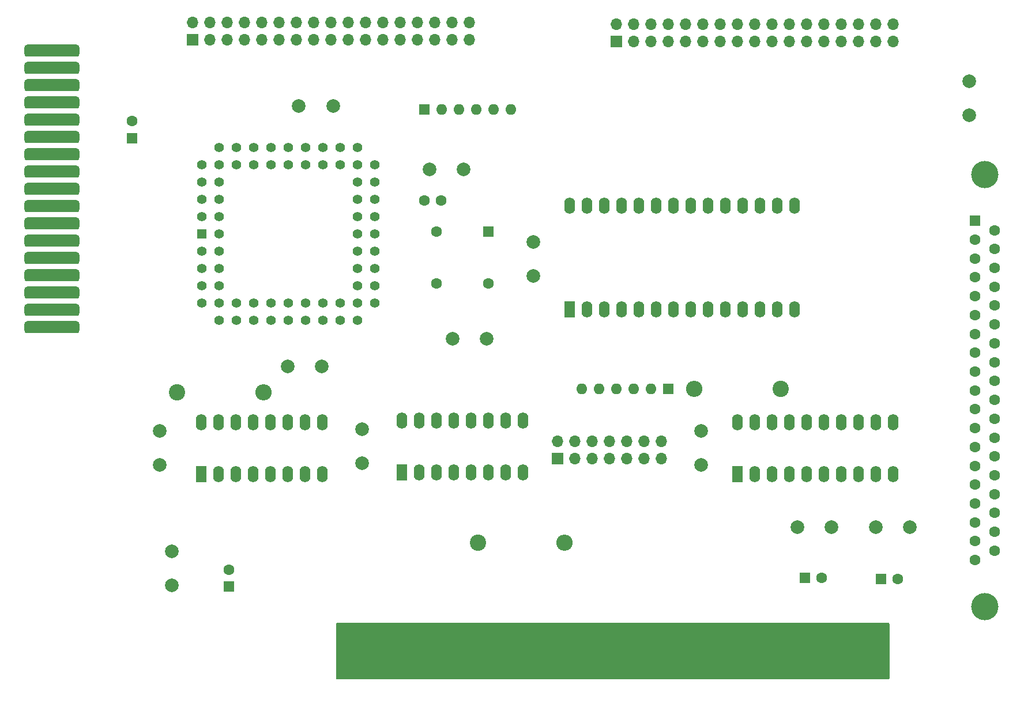
<source format=gts>
%TF.GenerationSoftware,KiCad,Pcbnew,7.0.10*%
%TF.CreationDate,2025-04-22T11:17:34+12:00*%
%TF.ProjectId,isa_monster_fdc,6973615f-6d6f-46e7-9374-65725f666463,1.0*%
%TF.SameCoordinates,Original*%
%TF.FileFunction,Soldermask,Top*%
%TF.FilePolarity,Negative*%
%FSLAX46Y46*%
G04 Gerber Fmt 4.6, Leading zero omitted, Abs format (unit mm)*
G04 Created by KiCad (PCBNEW 7.0.10) date 2025-04-22 11:17:34*
%MOMM*%
%LPD*%
G01*
G04 APERTURE LIST*
G04 Aperture macros list*
%AMRoundRect*
0 Rectangle with rounded corners*
0 $1 Rounding radius*
0 $2 $3 $4 $5 $6 $7 $8 $9 X,Y pos of 4 corners*
0 Add a 4 corners polygon primitive as box body*
4,1,4,$2,$3,$4,$5,$6,$7,$8,$9,$2,$3,0*
0 Add four circle primitives for the rounded corners*
1,1,$1+$1,$2,$3*
1,1,$1+$1,$4,$5*
1,1,$1+$1,$6,$7*
1,1,$1+$1,$8,$9*
0 Add four rect primitives between the rounded corners*
20,1,$1+$1,$2,$3,$4,$5,0*
20,1,$1+$1,$4,$5,$6,$7,0*
20,1,$1+$1,$6,$7,$8,$9,0*
20,1,$1+$1,$8,$9,$2,$3,0*%
G04 Aperture macros list end*
%ADD10RoundRect,0.444500X-0.444500X-3.619500X0.444500X-3.619500X0.444500X3.619500X-0.444500X3.619500X0*%
%ADD11C,2.000000*%
%ADD12R,1.600000X1.600000*%
%ADD13C,1.600000*%
%ADD14O,1.600000X1.600000*%
%ADD15C,2.400000*%
%ADD16O,2.400000X2.400000*%
%ADD17R,1.600000X2.400000*%
%ADD18O,1.600000X2.400000*%
%ADD19C,4.000000*%
%ADD20R,1.700000X1.700000*%
%ADD21O,1.700000X1.700000*%
%ADD22R,1.422400X1.422400*%
%ADD23C,1.422400*%
%ADD24RoundRect,0.444500X-3.619500X0.444500X-3.619500X-0.444500X3.619500X-0.444500X3.619500X0.444500X0*%
G04 APERTURE END LIST*
D10*
%TO.C,BUS1*%
X162560000Y-145732500D03*
X185420000Y-145732500D03*
X182880000Y-145732500D03*
X180340000Y-145732500D03*
X177800000Y-145732500D03*
X175260000Y-145732500D03*
X172720000Y-145732500D03*
X170180000Y-145732500D03*
X167640000Y-145732500D03*
X165100000Y-145732500D03*
X160020000Y-145732500D03*
X157480000Y-145732500D03*
X154940000Y-145732500D03*
X152400000Y-145732500D03*
X149860000Y-145732500D03*
X147320000Y-145732500D03*
X144780000Y-145732500D03*
X142240000Y-145732500D03*
X139700000Y-145732500D03*
X137160000Y-145732500D03*
X134620000Y-145732500D03*
X132080000Y-145732500D03*
X129540000Y-145732500D03*
X127000000Y-145732500D03*
X124460000Y-145732500D03*
X121920000Y-145732500D03*
X119380000Y-145732500D03*
X116840000Y-145732500D03*
X114300000Y-145732500D03*
X111760000Y-145732500D03*
X109220000Y-145732500D03*
%TD*%
D11*
%TO.C,C7*%
X135636000Y-85638000D03*
X135636000Y-90638000D03*
%TD*%
%TO.C,C4*%
X160274000Y-113411000D03*
X160274000Y-118411000D03*
%TD*%
D12*
%TO.C,C13*%
X186690000Y-135128000D03*
D13*
X189190000Y-135128000D03*
%TD*%
D12*
%TO.C,RN1*%
X119634000Y-66167000D03*
D14*
X122174000Y-66167000D03*
X124714000Y-66167000D03*
X127254000Y-66167000D03*
X129794000Y-66167000D03*
X132334000Y-66167000D03*
%TD*%
D15*
%TO.C,R2*%
X127508000Y-129794000D03*
D16*
X140208000Y-129794000D03*
%TD*%
D17*
%TO.C,U4*%
X165613000Y-119721000D03*
D18*
X168153000Y-119721000D03*
X170693000Y-119721000D03*
X173233000Y-119721000D03*
X175773000Y-119721000D03*
X178313000Y-119721000D03*
X180853000Y-119721000D03*
X183393000Y-119721000D03*
X185933000Y-119721000D03*
X188473000Y-119721000D03*
X188473000Y-112101000D03*
X185933000Y-112101000D03*
X183393000Y-112101000D03*
X180853000Y-112101000D03*
X178313000Y-112101000D03*
X175773000Y-112101000D03*
X173233000Y-112101000D03*
X170693000Y-112101000D03*
X168153000Y-112101000D03*
X165613000Y-112101000D03*
%TD*%
D11*
%TO.C,C16*%
X179411000Y-127508000D03*
X174411000Y-127508000D03*
%TD*%
%TO.C,C10*%
X199644000Y-66976000D03*
X199644000Y-61976000D03*
%TD*%
%TO.C,C5*%
X99608000Y-103886000D03*
X104608000Y-103886000D03*
%TD*%
D19*
%TO.C,J3*%
X201953000Y-139192000D03*
X201953000Y-75692000D03*
D12*
X200533000Y-82512000D03*
D13*
X200533000Y-85282000D03*
X200533000Y-88052000D03*
X200533000Y-90822000D03*
X200533000Y-93592000D03*
X200533000Y-96362000D03*
X200533000Y-99132000D03*
X200533000Y-101902000D03*
X200533000Y-104672000D03*
X200533000Y-107442000D03*
X200533000Y-110212000D03*
X200533000Y-112982000D03*
X200533000Y-115752000D03*
X200533000Y-118522000D03*
X200533000Y-121292000D03*
X200533000Y-124062000D03*
X200533000Y-126832000D03*
X200533000Y-129602000D03*
X200533000Y-132372000D03*
X203373000Y-83897000D03*
X203373000Y-86667000D03*
X203373000Y-89437000D03*
X203373000Y-92207000D03*
X203373000Y-94977000D03*
X203373000Y-97747000D03*
X203373000Y-100517000D03*
X203373000Y-103287000D03*
X203373000Y-106057000D03*
X203373000Y-108827000D03*
X203373000Y-111597000D03*
X203373000Y-114367000D03*
X203373000Y-117137000D03*
X203373000Y-119907000D03*
X203373000Y-122677000D03*
X203373000Y-125447000D03*
X203373000Y-128217000D03*
X203373000Y-130987000D03*
%TD*%
D11*
%TO.C,C2*%
X80772000Y-113411000D03*
X80772000Y-118411000D03*
%TD*%
D17*
%TO.C,U3*%
X86868000Y-119721000D03*
D18*
X89408000Y-119721000D03*
X91948000Y-119721000D03*
X94488000Y-119721000D03*
X97028000Y-119721000D03*
X99568000Y-119721000D03*
X102108000Y-119721000D03*
X104648000Y-119721000D03*
X104648000Y-112101000D03*
X102108000Y-112101000D03*
X99568000Y-112101000D03*
X97028000Y-112101000D03*
X94488000Y-112101000D03*
X91948000Y-112101000D03*
X89408000Y-112101000D03*
X86868000Y-112101000D03*
%TD*%
D12*
%TO.C,RN2*%
X155448000Y-107188000D03*
D14*
X152908000Y-107188000D03*
X150368000Y-107188000D03*
X147828000Y-107188000D03*
X145288000Y-107188000D03*
X142748000Y-107188000D03*
%TD*%
D13*
%TO.C,C1*%
X119654000Y-79502000D03*
X122154000Y-79502000D03*
%TD*%
D11*
%TO.C,C6*%
X106248200Y-65633600D03*
X101248200Y-65633600D03*
%TD*%
D20*
%TO.C,J1*%
X85598000Y-55880000D03*
D21*
X85598000Y-53340000D03*
X88138000Y-55880000D03*
X88138000Y-53340000D03*
X90678000Y-55880000D03*
X90678000Y-53340000D03*
X93218000Y-55880000D03*
X93218000Y-53340000D03*
X95758000Y-55880000D03*
X95758000Y-53340000D03*
X98298000Y-55880000D03*
X98298000Y-53340000D03*
X100838000Y-55880000D03*
X100838000Y-53340000D03*
X103378000Y-55880000D03*
X103378000Y-53340000D03*
X105918000Y-55880000D03*
X105918000Y-53340000D03*
X108458000Y-55880000D03*
X108458000Y-53340000D03*
X110998000Y-55880000D03*
X110998000Y-53340000D03*
X113538000Y-55880000D03*
X113538000Y-53340000D03*
X116078000Y-55880000D03*
X116078000Y-53340000D03*
X118618000Y-55880000D03*
X118618000Y-53340000D03*
X121158000Y-55880000D03*
X121158000Y-53340000D03*
X123698000Y-55880000D03*
X123698000Y-53340000D03*
X126238000Y-55880000D03*
X126238000Y-53340000D03*
%TD*%
D11*
%TO.C,C11*%
X82550000Y-136104000D03*
X82550000Y-131104000D03*
%TD*%
D20*
%TO.C,JP3*%
X139192000Y-117435000D03*
D21*
X139192000Y-114895000D03*
X141732000Y-117435000D03*
X141732000Y-114895000D03*
X144272000Y-117435000D03*
X144272000Y-114895000D03*
X146812000Y-117435000D03*
X146812000Y-114895000D03*
X149352000Y-117435000D03*
X149352000Y-114895000D03*
X151892000Y-117435000D03*
X151892000Y-114895000D03*
X154432000Y-117435000D03*
X154432000Y-114895000D03*
%TD*%
D17*
%TO.C,U2*%
X116347000Y-119467000D03*
D18*
X118887000Y-119467000D03*
X121427000Y-119467000D03*
X123967000Y-119467000D03*
X126507000Y-119467000D03*
X129047000Y-119467000D03*
X131587000Y-119467000D03*
X134127000Y-119467000D03*
X134127000Y-111847000D03*
X131587000Y-111847000D03*
X129047000Y-111847000D03*
X126507000Y-111847000D03*
X123967000Y-111847000D03*
X121427000Y-111847000D03*
X118887000Y-111847000D03*
X116347000Y-111847000D03*
%TD*%
D11*
%TO.C,C9*%
X123825000Y-99822000D03*
X128825000Y-99822000D03*
%TD*%
%TO.C,C8*%
X120436000Y-74930000D03*
X125436000Y-74930000D03*
%TD*%
%TO.C,C12*%
X185928000Y-127508000D03*
X190928000Y-127508000D03*
%TD*%
%TO.C,C3*%
X110490000Y-113157000D03*
X110490000Y-118157000D03*
%TD*%
D22*
%TO.C,U1*%
X86995000Y-84455000D03*
D23*
X89535000Y-84455000D03*
X86995000Y-86995000D03*
X89535000Y-86995000D03*
X86995000Y-89535000D03*
X89535000Y-89535000D03*
X86995000Y-92075000D03*
X89535000Y-92075000D03*
X86995000Y-94615000D03*
X89535000Y-97155000D03*
X89535000Y-94615000D03*
X92075000Y-97155000D03*
X92075000Y-94615000D03*
X94615000Y-97155000D03*
X94615000Y-94615000D03*
X97155000Y-97155000D03*
X97155000Y-94615000D03*
X99695000Y-97155000D03*
X99695000Y-94615000D03*
X102235000Y-97155000D03*
X102235000Y-94615000D03*
X104775000Y-97155000D03*
X104775000Y-94615000D03*
X107315000Y-97155000D03*
X107315000Y-94615000D03*
X109855000Y-97155000D03*
X112395000Y-94615000D03*
X109855000Y-94615000D03*
X112395000Y-92075000D03*
X109855000Y-92075000D03*
X112395000Y-89535000D03*
X109855000Y-89535000D03*
X112395000Y-86995000D03*
X109855000Y-86995000D03*
X112395000Y-84455000D03*
X109855000Y-84455000D03*
X112395000Y-81915000D03*
X109855000Y-81915000D03*
X112395000Y-79375000D03*
X109855000Y-79375000D03*
X112395000Y-76835000D03*
X109855000Y-76835000D03*
X112395000Y-74295000D03*
X109855000Y-71755000D03*
X109855000Y-74295000D03*
X107315000Y-71755000D03*
X107315000Y-74295000D03*
X104775000Y-71755000D03*
X104775000Y-74295000D03*
X102235000Y-71755000D03*
X102235000Y-74295000D03*
X99695000Y-71755000D03*
X99695000Y-74295000D03*
X97155000Y-71755000D03*
X97155000Y-74295000D03*
X94615000Y-71755000D03*
X94615000Y-74295000D03*
X92075000Y-71755000D03*
X92075000Y-74295000D03*
X89535000Y-71755000D03*
X86995000Y-74295000D03*
X89535000Y-74295000D03*
X86995000Y-76835000D03*
X89535000Y-76835000D03*
X86995000Y-79375000D03*
X89535000Y-79375000D03*
X86995000Y-81915000D03*
X89535000Y-81915000D03*
%TD*%
D12*
%TO.C,C15*%
X90932000Y-136280651D03*
D13*
X90932000Y-133780651D03*
%TD*%
D12*
%TO.C,C17*%
X175504349Y-135001000D03*
D13*
X178004349Y-135001000D03*
%TD*%
D12*
%TO.C,C14*%
X76708000Y-70358000D03*
D13*
X76708000Y-67858000D03*
%TD*%
D24*
%TO.C,J4*%
X64996200Y-57541000D03*
X64996200Y-60081000D03*
X64996200Y-62621000D03*
X64996200Y-65161000D03*
X64996200Y-67701000D03*
X64996200Y-70241000D03*
X64996200Y-72781000D03*
X64996200Y-75321000D03*
X64996200Y-77861000D03*
X64996200Y-80401000D03*
X64996200Y-82941000D03*
X64996200Y-85481000D03*
X64996200Y-88021000D03*
X64996200Y-90561000D03*
X64996200Y-93101000D03*
X64996200Y-95641000D03*
X64996200Y-98181000D03*
%TD*%
D12*
%TO.C,X1*%
X129032000Y-84074000D03*
D13*
X121412000Y-84074000D03*
X121412000Y-91694000D03*
X129032000Y-91694000D03*
%TD*%
D15*
%TO.C,R1*%
X83312000Y-107696000D03*
D16*
X96012000Y-107696000D03*
%TD*%
D20*
%TO.C,J2*%
X147828000Y-56134000D03*
D21*
X147828000Y-53594000D03*
X150368000Y-56134000D03*
X150368000Y-53594000D03*
X152908000Y-56134000D03*
X152908000Y-53594000D03*
X155448000Y-56134000D03*
X155448000Y-53594000D03*
X157988000Y-56134000D03*
X157988000Y-53594000D03*
X160528000Y-56134000D03*
X160528000Y-53594000D03*
X163068000Y-56134000D03*
X163068000Y-53594000D03*
X165608000Y-56134000D03*
X165608000Y-53594000D03*
X168148000Y-56134000D03*
X168148000Y-53594000D03*
X170688000Y-56134000D03*
X170688000Y-53594000D03*
X173228000Y-56134000D03*
X173228000Y-53594000D03*
X175768000Y-56134000D03*
X175768000Y-53594000D03*
X178308000Y-56134000D03*
X178308000Y-53594000D03*
X180848000Y-56134000D03*
X180848000Y-53594000D03*
X183388000Y-56134000D03*
X183388000Y-53594000D03*
X185928000Y-56134000D03*
X185928000Y-53594000D03*
X188468000Y-56134000D03*
X188468000Y-53594000D03*
%TD*%
D15*
%TO.C,R3*%
X171958000Y-107188000D03*
D16*
X159258000Y-107188000D03*
%TD*%
D17*
%TO.C,U5*%
X140970000Y-95504000D03*
D18*
X143510000Y-95504000D03*
X146050000Y-95504000D03*
X148590000Y-95504000D03*
X151130000Y-95504000D03*
X153670000Y-95504000D03*
X156210000Y-95504000D03*
X158750000Y-95504000D03*
X161290000Y-95504000D03*
X163830000Y-95504000D03*
X166370000Y-95504000D03*
X168910000Y-95504000D03*
X171450000Y-95504000D03*
X173990000Y-95504000D03*
X173990000Y-80264000D03*
X171450000Y-80264000D03*
X168910000Y-80264000D03*
X166370000Y-80264000D03*
X163830000Y-80264000D03*
X161290000Y-80264000D03*
X158750000Y-80264000D03*
X156210000Y-80264000D03*
X153670000Y-80264000D03*
X151130000Y-80264000D03*
X148590000Y-80264000D03*
X146050000Y-80264000D03*
X143510000Y-80264000D03*
X140970000Y-80264000D03*
%TD*%
G36*
X187902121Y-141625002D02*
G01*
X187948614Y-141678658D01*
X187960000Y-141731000D01*
X187960000Y-149734000D01*
X187939998Y-149802121D01*
X187886342Y-149848614D01*
X187834000Y-149860000D01*
X106806000Y-149860000D01*
X106737879Y-149839998D01*
X106691386Y-149786342D01*
X106680000Y-149734000D01*
X106680000Y-141731000D01*
X106700002Y-141662879D01*
X106753658Y-141616386D01*
X106806000Y-141605000D01*
X187834000Y-141605000D01*
X187902121Y-141625002D01*
G37*
M02*

</source>
